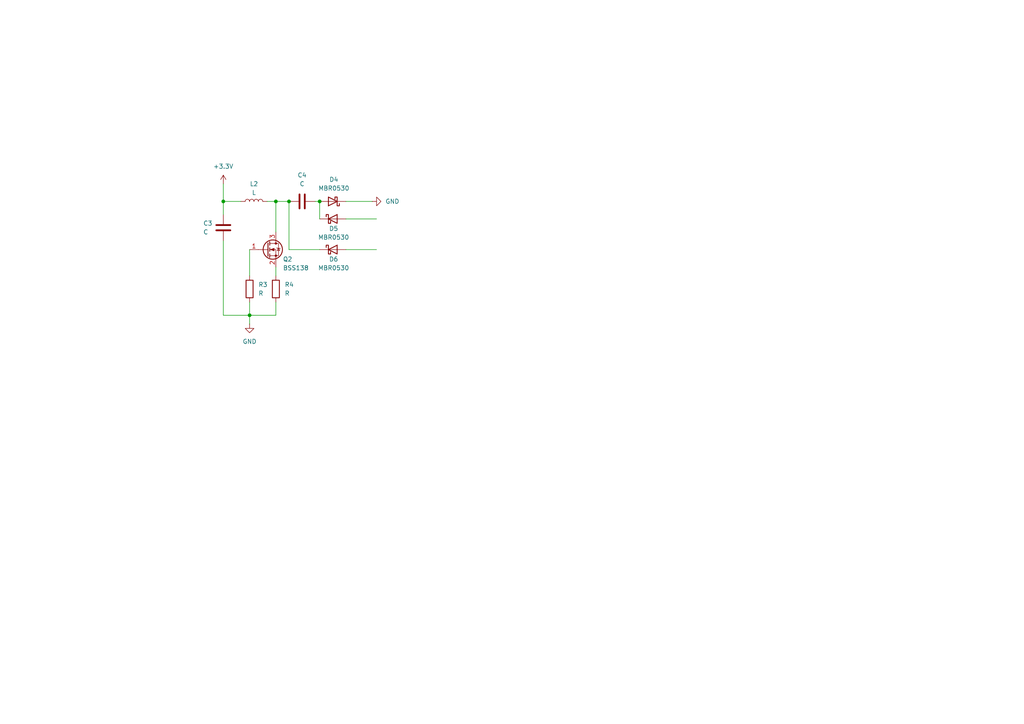
<source format=kicad_sch>
(kicad_sch (version 20231120) (generator "eeschema") (generator_version "8.0")
  (paper "A4")
  (lib_symbols
    (symbol "Device:C" (pin_numbers hide) (pin_names (offset 0.254))
      (property "Reference" "C" (at 0.635 2.54 0))
      (property "Value" "C" (at 0.635 -2.54 0))
      (symbol "C_0_1"
        (polyline (pts (xy -2.032 -0.762) (xy 2.032 -0.762)) (stroke (width 0.508)))
        (polyline (pts (xy -2.032 0.762) (xy 2.032 0.762)) (stroke (width 0.508)))
      )
      (symbol "C_1_1"
        (pin passive line (at 0 3.81 270) (length 2.794) (name "~") (number "1"))
        (pin passive line (at 0 -3.81 90) (length 2.794) (name "~") (number "2"))
      )
    )
    (symbol "Device:L" (pin_numbers hide) (pin_names (offset 1.016) hide)
      (property "Reference" "L" (at -1.27 0 90))
      (property "Value" "L" (at 1.905 0 90))
      (symbol "L_0_1"
        (arc (start 0 -2.54) (mid 0.6323 -1.905) (end 0 -1.27))
        (arc (start 0 -1.27) (mid 0.6323 -0.635) (end 0 0))
        (arc (start 0 0) (mid 0.6323 0.635) (end 0 1.27))
        (arc (start 0 1.27) (mid 0.6323 1.905) (end 0 2.54))
      )
      (symbol "L_1_1"
        (pin passive line (at 0 3.81 270) (length 1.27) (name "1") (number "1"))
        (pin passive line (at 0 -3.81 90) (length 1.27) (name "2") (number "2"))
      )
    )
    (symbol "Device:R" (pin_numbers hide) (pin_names (offset 0))
      (property "Reference" "R" (at 2.032 0 90))
      (property "Value" "R" (at 0 0 90))
      (symbol "R_0_1"
        (rectangle (start -1.016 -2.54) (end 1.016 2.54) (stroke (width 0.254)))
      )
      (symbol "R_1_1"
        (pin passive line (at 0 3.81 270) (length 1.27) (name "~") (number "1"))
        (pin passive line (at 0 -3.81 90) (length 1.27) (name "~") (number "2"))
      )
    )
    (symbol "Diode:MBR0530" (pin_numbers hide) (pin_names (offset 1.016) hide)
      (property "Reference" "D" (at 0 2.54 0))
      (property "Value" "MBR0530" (at 0 -2.54 0))
      (symbol "MBR0530_0_1"
        (polyline (pts (xy 1.27 0) (xy -1.27 0)))
        (polyline (pts (xy 1.27 1.27) (xy 1.27 -1.27) (xy -1.27 0) (xy 1.27 1.27)) (stroke (width 0.254)))
        (polyline (pts (xy -1.905 0.635) (xy -1.905 1.27) (xy -1.27 1.27) (xy -1.27 -1.27) (xy -0.635 -1.27) (xy -0.635 -0.635)) (stroke (width 0.254)))
      )
      (symbol "MBR0530_1_1"
        (pin passive line (at -3.81 0 0) (length 2.54) (name "K") (number "1"))
        (pin passive line (at 3.81 0 180) (length 2.54) (name "A") (number "2"))
      )
    )
    (symbol "Transistor_FET:BSS138" (pin_names hide)
      (property "Reference" "Q" (at 5.08 1.905 0))
      (property "Value" "BSS138" (at 5.08 0 0))
      (symbol "BSS138_0_1"
        (polyline (pts (xy 0.254 0) (xy -2.54 0)))
        (polyline (pts (xy 0.254 1.905) (xy 0.254 -1.905)) (stroke (width 0.254)))
        (polyline (pts (xy 0.762 -1.27) (xy 0.762 -2.286)) (stroke (width 0.254)))
        (polyline (pts (xy 0.762 0.508) (xy 0.762 -0.508)) (stroke (width 0.254)))
        (polyline (pts (xy 0.762 2.286) (xy 0.762 1.27)) (stroke (width 0.254)))
        (polyline (pts (xy 2.54 2.54) (xy 2.54 1.778)))
        (polyline (pts (xy 2.54 -2.54) (xy 2.54 0) (xy 0.762 0)))
        (polyline (pts (xy 0.762 -1.778) (xy 3.302 -1.778) (xy 3.302 1.778) (xy 0.762 1.778)))
        (polyline (pts (xy 1.016 0) (xy 2.032 0.381) (xy 2.032 -0.381) (xy 1.016 0)) (fill (type outline)))
        (polyline (pts (xy 2.794 0.508) (xy 2.921 0.381) (xy 3.683 0.381) (xy 3.81 0.254)))
        (polyline (pts (xy 3.302 0.381) (xy 2.921 -0.254) (xy 3.683 -0.254) (xy 3.302 0.381)))
        (circle (center 1.651 0) (radius 2.794) (stroke (width 0.254)))
        (circle (center 2.54 -1.778) (radius 0.254) (fill (type outline)))
        (circle (center 2.54 1.778) (radius 0.254) (fill (type outline)))
      )
      (symbol "BSS138_1_1"
        (pin input line (at -5.08 0 0) (length 2.54) (name "G") (number "1"))
        (pin passive line (at 2.54 -5.08 90) (length 2.54) (name "S") (number "2"))
        (pin passive line (at 2.54 5.08 270) (length 2.54) (name "D") (number "3"))
      )
    )
    (symbol "power:+3.3V" (power) (pin_numbers hide) (pin_names (offset 0) hide)
      (property "Value" "+3.3V" (at 0 3.556 0))
      (symbol "+3.3V_0_1"
        (polyline (pts (xy -0.762 1.27) (xy 0 2.54)))
        (polyline (pts (xy 0 0) (xy 0 2.54)))
        (polyline (pts (xy 0 2.54) (xy 0.762 1.27)))
      )
      (symbol "+3.3V_1_1"
        (pin power_in line (at 0 0 90) (length 0) (name "~") (number "1"))
      )
    )
    (symbol "power:GND" (power) (pin_numbers hide) (pin_names (offset 0) hide)
      (property "Value" "GND" (at 0 -3.81 0))
      (symbol "GND_0_1"
        (polyline (pts (xy 0 0) (xy 0 -1.27) (xy 1.27 -1.27) (xy 0 -2.54) (xy -1.27 -1.27) (xy 0 -1.27)))
      )
      (symbol "GND_1_1"
        (pin power_in line (at 0 0 270) (length 0) (name "~") (number "1"))
      )
    )
  )
  (junction (at 72.39 91.44))
  (junction (at 92.71 58.42))
  (junction (at 64.77 58.42))
  (junction (at 80.01 58.42))
  (junction (at 83.82 58.42))
  (wire (pts (xy 80.01 77.47) (xy 80.01 80.01)))
  (wire (pts (xy 64.77 58.42) (xy 64.77 62.23)))
  (wire (pts (xy 80.01 67.31) (xy 80.01 58.42)))
  (wire (pts (xy 64.77 91.44) (xy 72.39 91.44)))
  (wire (pts (xy 92.71 72.39) (xy 83.82 72.39)))
  (wire (pts (xy 72.39 91.44) (xy 72.39 93.98)))
  (wire (pts (xy 72.39 87.63) (xy 72.39 91.44)))
  (wire (pts (xy 100.33 72.39) (xy 109.22 72.39)))
  (wire (pts (xy 72.39 72.39) (xy 72.39 80.01)))
  (wire (pts (xy 92.71 63.5) (xy 92.71 58.42)))
  (wire (pts (xy 80.01 58.42) (xy 83.82 58.42)))
  (wire (pts (xy 100.33 58.42) (xy 107.95 58.42)))
  (wire (pts (xy 80.01 91.44) (xy 80.01 87.63)))
  (wire (pts (xy 72.39 91.44) (xy 80.01 91.44)))
  (wire (pts (xy 69.85 58.42) (xy 64.77 58.42)))
  (wire (pts (xy 91.44 58.42) (xy 92.71 58.42)))
  (wire (pts (xy 64.77 53.34) (xy 64.77 58.42)))
  (wire (pts (xy 83.82 58.42) (xy 83.82 72.39)))
  (wire (pts (xy 100.33 63.5) (xy 109.22 63.5)))
  (wire (pts (xy 64.77 69.85) (xy 64.77 91.44)))
  (wire (pts (xy 77.47 58.42) (xy 80.01 58.42)))
  (symbol (lib_id "power:GND") (at 72.39 93.98 0) (unit 1)
    (property "Reference" "#PWR05" (effects (hide yes)))
    (property "Value" "GND" (at 72.39 99.06 0))
    (property "Description" "Power symbol creates a global label with name \"GND\" , ground" (effects (hide yes)))
    (instances (project "ECE477-SeniorDesign" (path "" (reference "#PWR05") (unit 1)) (path "" (reference "#PWR08") (unit 1))))
  )
  (symbol (lib_id "Diode:MBR0530") (at 96.52 72.39 0) (unit 1)
    (property "Reference" "D6" (at 96.774 75.184 0))
    (property "Value" "MBR0530" (at 96.774 77.724 0))
    (property "Footprint" "Diode_SMD:D_SOD-123" (effects (hide yes)))
    (property "Datasheet" "http://www.mccsemi.com/up_pdf/MBR0520~MBR0580(SOD123).pdf" (effects (hide yes)))
    (property "Description" "30V 0.5A Schottky Power Rectifier Diode, SOD-123" (effects (hide yes)))
    (instances (project "ECE477-SeniorDesign" (path "" (reference "D6") (unit 1)) (path "" (reference "D9") (unit 1))))
  )
  (symbol (lib_id "power:+3.3V") (at 64.77 53.34 0) (unit 1)
    (property "Reference" "#PWR04" (effects (hide yes)))
    (property "Value" "+3.3V" (at 64.77 48.26 0))
    (property "Description" "Power symbol creates a global label with name \"+3.3V\"" (effects (hide yes)))
    (instances (project "ECE477-SeniorDesign" (path "" (reference "#PWR04") (unit 1)) (path "" (reference "#PWR07") (unit 1))))
  )
  (symbol (lib_id "Diode:MBR0530") (at 96.52 63.5 0) (unit 1)
    (property "Reference" "D5" (at 96.774 66.294 0))
    (property "Value" "MBR0530" (at 96.774 68.834 0))
    (property "Footprint" "Diode_SMD:D_SOD-123" (effects (hide yes)))
    (property "Datasheet" "http://www.mccsemi.com/up_pdf/MBR0520~MBR0580(SOD123).pdf" (effects (hide yes)))
    (property "Description" "30V 0.5A Schottky Power Rectifier Diode, SOD-123" (effects (hide yes)))
    (instances (project "ECE477-SeniorDesign" (path "" (reference "D5") (unit 1)) (path "" (reference "D8") (unit 1))))
  )
  (symbol (lib_id "Device:L") (at 73.66 58.42 90) (unit 1)
    (property "Reference" "L2" (at 73.66 53.34 90))
    (property "Value" "L" (at 73.66 55.88 90))
    (property "Description" "Inductor" (effects (hide yes)))
    (instances (project "ECE477-SeniorDesign" (path "" (reference "L2") (unit 1)) (path "" (reference "L3") (unit 1))))
  )
  (symbol (lib_id "power:GND") (at 107.95 58.42 90) (unit 1)
    (property "Reference" "#PWR06" (effects (hide yes)))
    (property "Value" "GND" (at 111.76 58.4199 90) (effects (justify right)))
    (property "Description" "Power symbol creates a global label with name \"GND\" , ground" (effects (hide yes)))
    (instances (project "ECE477-SeniorDesign" (path "" (reference "#PWR06") (unit 1)) (path "" (reference "#PWR09") (unit 1))))
  )
  (symbol (lib_id "Device:R") (at 72.39 83.82 0) (unit 1)
    (property "Reference" "R3" (at 74.93 82.5499 0) (effects (justify left)))
    (property "Value" "R" (at 74.93 85.0899 0) (effects (justify left)))
    (property "Description" "Resistor" (effects (hide yes)))
    (instances (project "ECE477-SeniorDesign" (path "" (reference "R3") (unit 1)) (path "" (reference "R5") (unit 1))))
  )
  (symbol (lib_id "Transistor_FET:BSS138") (at 77.47 72.39 0) (unit 1)
    (property "Reference" "Q2" (at 82.042 75.184 0) (effects (justify left)))
    (property "Value" "BSS138" (at 82.042 77.724 0) (effects (justify left)))
    (property "Footprint" "Package_TO_SOT_SMD:SOT-23" (effects (hide yes)))
    (property "Datasheet" "https://www.onsemi.com/pub/Collateral/BSS138-D.PDF" (effects (hide yes)))
    (property "Description" "50V Vds, 0.22A Id, N-Channel MOSFET, SOT-23" (effects (hide yes)))
    (instances (project "ECE477-SeniorDesign" (path "" (reference "Q2") (unit 1)) (path "" (reference "Q3") (unit 1))))
  )
  (symbol (lib_id "Device:R") (at 80.01 83.82 0) (unit 1)
    (property "Reference" "R4" (at 82.55 82.5499 0) (effects (justify left)))
    (property "Value" "R" (at 82.55 85.0899 0) (effects (justify left)))
    (property "Description" "Resistor" (effects (hide yes)))
    (instances (project "ECE477-SeniorDesign" (path "" (reference "R4") (unit 1)) (path "" (reference "R6") (unit 1))))
  )
  (symbol (lib_id "Device:C") (at 87.63 58.42 90) (unit 1)
    (property "Reference" "C4" (at 87.63 50.8 90))
    (property "Value" "C" (at 87.63 53.34 90))
    (property "Description" "Unpolarized capacitor" (effects (hide yes)))
    (instances (project "ECE477-SeniorDesign" (path "" (reference "C4") (unit 1)) (path "" (reference "C6") (unit 1))))
  )
  (symbol (lib_id "Diode:MBR0530") (at 96.52 58.42 180) (unit 1)
    (property "Reference" "D4" (at 96.8375 52.07 0))
    (property "Value" "MBR0530" (at 96.8375 54.61 0))
    (property "Footprint" "Diode_SMD:D_SOD-123" (effects (hide yes)))
    (property "Datasheet" "http://www.mccsemi.com/up_pdf/MBR0520~MBR0580(SOD123).pdf" (effects (hide yes)))
    (property "Description" "30V 0.5A Schottky Power Rectifier Diode, SOD-123" (effects (hide yes)))
    (instances (project "ECE477-SeniorDesign" (path "" (reference "D4") (unit 1)) (path "" (reference "D7") (unit 1))))
  )
  (symbol (lib_id "Device:C") (at 64.77 66.04 0) (unit 1)
    (property "Reference" "C3" (at 58.928 64.77 0) (effects (justify left)))
    (property "Value" "C" (at 58.928 67.31 0) (effects (justify left)))
    (property "Description" "Unpolarized capacitor" (effects (hide yes)))
    (instances (project "ECE477-SeniorDesign" (path "" (reference "C3") (unit 1)) (path "" (reference "C5") (unit 1))))
  )
)
</source>
